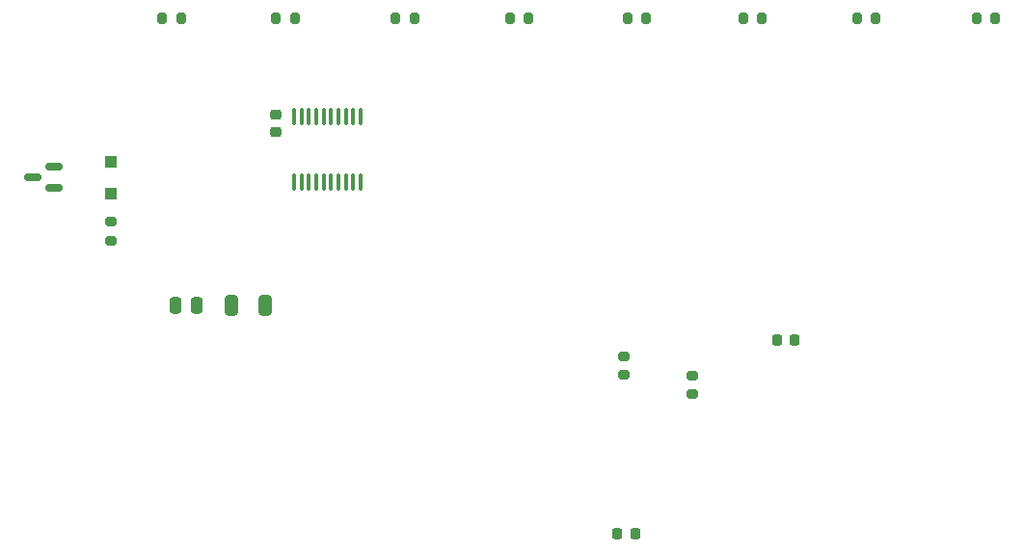
<source format=gbr>
%TF.GenerationSoftware,KiCad,Pcbnew,(7.0.0)*%
%TF.CreationDate,2023-04-14T14:39:00+09:00*%
%TF.ProjectId,Artnet_pixel_controller_Teensy-hardware,4172746e-6574-45f7-9069-78656c5f636f,v0.1.0*%
%TF.SameCoordinates,Original*%
%TF.FileFunction,Paste,Top*%
%TF.FilePolarity,Positive*%
%FSLAX46Y46*%
G04 Gerber Fmt 4.6, Leading zero omitted, Abs format (unit mm)*
G04 Created by KiCad (PCBNEW (7.0.0)) date 2023-04-14 14:39:00*
%MOMM*%
%LPD*%
G01*
G04 APERTURE LIST*
G04 Aperture macros list*
%AMRoundRect*
0 Rectangle with rounded corners*
0 $1 Rounding radius*
0 $2 $3 $4 $5 $6 $7 $8 $9 X,Y pos of 4 corners*
0 Add a 4 corners polygon primitive as box body*
4,1,4,$2,$3,$4,$5,$6,$7,$8,$9,$2,$3,0*
0 Add four circle primitives for the rounded corners*
1,1,$1+$1,$2,$3*
1,1,$1+$1,$4,$5*
1,1,$1+$1,$6,$7*
1,1,$1+$1,$8,$9*
0 Add four rect primitives between the rounded corners*
20,1,$1+$1,$2,$3,$4,$5,0*
20,1,$1+$1,$4,$5,$6,$7,0*
20,1,$1+$1,$6,$7,$8,$9,0*
20,1,$1+$1,$8,$9,$2,$3,0*%
G04 Aperture macros list end*
%ADD10RoundRect,0.225000X0.225000X0.250000X-0.225000X0.250000X-0.225000X-0.250000X0.225000X-0.250000X0*%
%ADD11RoundRect,0.100000X0.100000X-0.637500X0.100000X0.637500X-0.100000X0.637500X-0.100000X-0.637500X0*%
%ADD12RoundRect,0.200000X0.200000X0.275000X-0.200000X0.275000X-0.200000X-0.275000X0.200000X-0.275000X0*%
%ADD13RoundRect,0.200000X0.275000X-0.200000X0.275000X0.200000X-0.275000X0.200000X-0.275000X-0.200000X0*%
%ADD14RoundRect,0.200000X-0.200000X-0.275000X0.200000X-0.275000X0.200000X0.275000X-0.200000X0.275000X0*%
%ADD15RoundRect,0.250000X-0.300000X0.300000X-0.300000X-0.300000X0.300000X-0.300000X0.300000X0.300000X0*%
%ADD16RoundRect,0.250000X0.325000X0.650000X-0.325000X0.650000X-0.325000X-0.650000X0.325000X-0.650000X0*%
%ADD17RoundRect,0.150000X0.587500X0.150000X-0.587500X0.150000X-0.587500X-0.150000X0.587500X-0.150000X0*%
%ADD18RoundRect,0.250000X-0.250000X-0.475000X0.250000X-0.475000X0.250000X0.475000X-0.250000X0.475000X0*%
%ADD19RoundRect,0.200000X-0.275000X0.200000X-0.275000X-0.200000X0.275000X-0.200000X0.275000X0.200000X0*%
%ADD20RoundRect,0.225000X-0.250000X0.225000X-0.250000X-0.225000X0.250000X-0.225000X0.250000X0.225000X0*%
%ADD21RoundRect,0.218750X0.218750X0.256250X-0.218750X0.256250X-0.218750X-0.256250X0.218750X-0.256250X0*%
G04 APERTURE END LIST*
D10*
%TO.C,C3*%
X168025000Y-120750000D03*
X166475000Y-120750000D03*
%TD*%
D11*
%TO.C,U3*%
X124075000Y-106862500D03*
X124725000Y-106862500D03*
X125375000Y-106862500D03*
X126025000Y-106862500D03*
X126675000Y-106862500D03*
X127325000Y-106862500D03*
X127975000Y-106862500D03*
X128625000Y-106862500D03*
X129275000Y-106862500D03*
X129925000Y-106862500D03*
X129925000Y-101137500D03*
X129275000Y-101137500D03*
X128625000Y-101137500D03*
X127975000Y-101137500D03*
X127325000Y-101137500D03*
X126675000Y-101137500D03*
X126025000Y-101137500D03*
X125375000Y-101137500D03*
X124725000Y-101137500D03*
X124075000Y-101137500D03*
%TD*%
D12*
%TO.C,R3*%
X114150000Y-92500000D03*
X112500000Y-92500000D03*
%TD*%
D13*
%TO.C,R2*%
X159000000Y-125500000D03*
X159000000Y-123850000D03*
%TD*%
D14*
%TO.C,R9*%
X173500000Y-92500000D03*
X175150000Y-92500000D03*
%TD*%
D15*
%TO.C,D1*%
X108000000Y-105100000D03*
X108000000Y-107900000D03*
%TD*%
D16*
%TO.C,C1*%
X121503000Y-117707500D03*
X118553000Y-117707500D03*
%TD*%
D14*
%TO.C,R5*%
X133000000Y-92500000D03*
X134650000Y-92500000D03*
%TD*%
D12*
%TO.C,R4*%
X124150000Y-92500000D03*
X122500000Y-92500000D03*
%TD*%
D14*
%TO.C,R6*%
X143000000Y-92500000D03*
X144650000Y-92500000D03*
%TD*%
D17*
%TO.C,Q1*%
X103000000Y-107400000D03*
X103000000Y-105500000D03*
X101125000Y-106450000D03*
%TD*%
D14*
%TO.C,R8*%
X163500000Y-92500000D03*
X165150000Y-92500000D03*
%TD*%
D18*
%TO.C,C2*%
X113653000Y-117707500D03*
X115553000Y-117707500D03*
%TD*%
D19*
%TO.C,R11*%
X153000000Y-122175000D03*
X153000000Y-123825000D03*
%TD*%
%TO.C,R1*%
X108000000Y-110350000D03*
X108000000Y-112000000D03*
%TD*%
D14*
%TO.C,R10*%
X184000000Y-92500000D03*
X185650000Y-92500000D03*
%TD*%
D20*
%TO.C,C4*%
X122500000Y-100950000D03*
X122500000Y-102500000D03*
%TD*%
D21*
%TO.C,D2*%
X154037500Y-137750000D03*
X152462500Y-137750000D03*
%TD*%
D14*
%TO.C,R7*%
X153350000Y-92500000D03*
X155000000Y-92500000D03*
%TD*%
M02*

</source>
